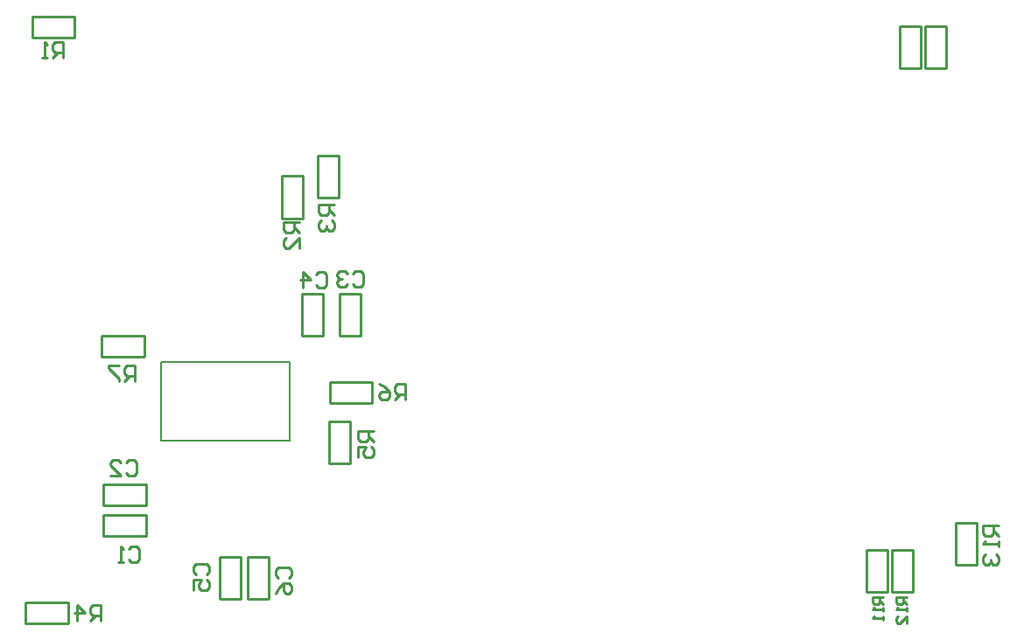
<source format=gbo>
G04*
G04 #@! TF.GenerationSoftware,Altium Limited,Altium Designer,18.0.12 (696)*
G04*
G04 Layer_Color=32896*
%FSLAX25Y25*%
%MOIN*%
G70*
G01*
G75*
%ADD11C,0.00500*%
%ADD12C,0.01000*%
D11*
X-333861Y102961D02*
X-285042D01*
Y73039D02*
Y102961D01*
X-333861Y73039D02*
X-285042D01*
X-333861D02*
Y102961D01*
D12*
X-280400Y128900D02*
X-272400D01*
X-280400Y112800D02*
Y128900D01*
Y112800D02*
X-272400D01*
Y128900D01*
X-266100D02*
X-258100D01*
X-266100Y112800D02*
Y128900D01*
Y112800D02*
X-258100D01*
Y128900D01*
X-52700Y214800D02*
Y230900D01*
X-44700D01*
Y214800D02*
Y230900D01*
X-52700Y214800D02*
X-44700D01*
X-42900Y214900D02*
Y231000D01*
X-34900D01*
Y214900D02*
Y231000D01*
X-42900Y214900D02*
X-34900D01*
X-23300Y25400D02*
Y41500D01*
X-31300Y25400D02*
X-23300D01*
X-31300D02*
Y41500D01*
X-23300D01*
X-47700Y15100D02*
Y31200D01*
X-55700Y15100D02*
X-47700D01*
X-55700D02*
Y31200D01*
X-47700D01*
X-57400Y15200D02*
Y31300D01*
X-65400Y15200D02*
X-57400D01*
X-65400D02*
Y31300D01*
X-57400D01*
X-356500Y104900D02*
X-340400D01*
X-356500D02*
Y112900D01*
X-340400D01*
Y104900D02*
Y112900D01*
X-385500Y3200D02*
Y11200D01*
Y3200D02*
X-369400D01*
Y11200D01*
X-385500D02*
X-369400D01*
X-253500Y87200D02*
Y95200D01*
X-269600D02*
X-253500D01*
X-269600Y87200D02*
Y95200D01*
Y87200D02*
X-253500D01*
X-269800Y64100D02*
X-261800D01*
Y80200D01*
X-269800D02*
X-261800D01*
X-269800Y64100D02*
Y80200D01*
X-367000Y226600D02*
Y234600D01*
X-383100D02*
X-367000D01*
X-383100Y226600D02*
Y234600D01*
Y226600D02*
X-367000D01*
X-274300Y181600D02*
X-266300D01*
X-274300Y165500D02*
Y181600D01*
Y165500D02*
X-266300D01*
Y181600D01*
X-287900Y157700D02*
X-279900D01*
Y173800D01*
X-287900D02*
X-279900D01*
X-287900Y157700D02*
Y173800D01*
X-311700Y12500D02*
Y28600D01*
X-303700D01*
Y12500D02*
Y28600D01*
X-311700Y12500D02*
X-303700D01*
X-301000D02*
Y28600D01*
X-293000D01*
Y12500D02*
Y28600D01*
X-301000Y12500D02*
X-293000D01*
X-355800Y44500D02*
X-339700D01*
Y36500D02*
Y44500D01*
X-355800Y36500D02*
X-339700D01*
X-355800D02*
Y44500D01*
Y56100D02*
X-339700D01*
Y48100D02*
Y56100D01*
X-355800Y48100D02*
X-339700D01*
X-355800D02*
Y56100D01*
X-15000Y40700D02*
X-20998D01*
Y37701D01*
X-19998Y36701D01*
X-17999D01*
X-16999Y37701D01*
Y40700D01*
Y38701D02*
X-15000Y36701D01*
Y34702D02*
Y32703D01*
Y33702D01*
X-20998D01*
X-19998Y34702D01*
Y29704D02*
X-20998Y28704D01*
Y26704D01*
X-19998Y25705D01*
X-18999D01*
X-17999Y26704D01*
Y27704D01*
Y26704D01*
X-16999Y25705D01*
X-16000D01*
X-15000Y26704D01*
Y28704D01*
X-16000Y29704D01*
X-50100Y13200D02*
X-54099D01*
Y11201D01*
X-53432Y10534D01*
X-52099D01*
X-51433Y11201D01*
Y13200D01*
Y11867D02*
X-50100Y10534D01*
Y9201D02*
Y7868D01*
Y8535D01*
X-54099D01*
X-53432Y9201D01*
X-50100Y3203D02*
Y5869D01*
X-52766Y3203D01*
X-53432D01*
X-54099Y3870D01*
Y5203D01*
X-53432Y5869D01*
X-59100Y13100D02*
X-63099D01*
Y11101D01*
X-62432Y10434D01*
X-61099D01*
X-60433Y11101D01*
Y13100D01*
Y11767D02*
X-59100Y10434D01*
Y9101D02*
Y7768D01*
Y8435D01*
X-63099D01*
X-62432Y9101D01*
X-59100Y5769D02*
Y4436D01*
Y5103D01*
X-63099D01*
X-62432Y5769D01*
X-343800Y95700D02*
Y101698D01*
X-346799D01*
X-347799Y100698D01*
Y98699D01*
X-346799Y97699D01*
X-343800D01*
X-345799D02*
X-347799Y95700D01*
X-349798Y101698D02*
X-353797D01*
Y100698D01*
X-349798Y96700D01*
Y95700D01*
X-240900Y88400D02*
Y94398D01*
X-243899D01*
X-244899Y93398D01*
Y91399D01*
X-243899Y90399D01*
X-240900D01*
X-242899D02*
X-244899Y88400D01*
X-250897Y94398D02*
X-248897Y93398D01*
X-246898Y91399D01*
Y89400D01*
X-247898Y88400D01*
X-249897D01*
X-250897Y89400D01*
Y90399D01*
X-249897Y91399D01*
X-246898D01*
X-253000Y76700D02*
X-258998D01*
Y73701D01*
X-257998Y72701D01*
X-255999D01*
X-254999Y73701D01*
Y76700D01*
Y74701D02*
X-253000Y72701D01*
X-258998Y66703D02*
Y70702D01*
X-255999D01*
X-256999Y68703D01*
Y67703D01*
X-255999Y66703D01*
X-254000D01*
X-253000Y67703D01*
Y69702D01*
X-254000Y70702D01*
X-357100Y4100D02*
Y10098D01*
X-360099D01*
X-361099Y9098D01*
Y7099D01*
X-360099Y6099D01*
X-357100D01*
X-359099D02*
X-361099Y4100D01*
X-366097D02*
Y10098D01*
X-363098Y7099D01*
X-367097D01*
X-267800Y162900D02*
X-273798D01*
Y159901D01*
X-272798Y158901D01*
X-270799D01*
X-269799Y159901D01*
Y162900D01*
Y160901D02*
X-267800Y158901D01*
X-272798Y156902D02*
X-273798Y155902D01*
Y153903D01*
X-272798Y152903D01*
X-271799D01*
X-270799Y153903D01*
Y154903D01*
Y153903D01*
X-269799Y152903D01*
X-268800D01*
X-267800Y153903D01*
Y155902D01*
X-268800Y156902D01*
X-281200Y156200D02*
X-287198D01*
Y153201D01*
X-286198Y152201D01*
X-284199D01*
X-283199Y153201D01*
Y156200D01*
Y154201D02*
X-281200Y152201D01*
Y146203D02*
Y150202D01*
X-285199Y146203D01*
X-286198D01*
X-287198Y147203D01*
Y149202D01*
X-286198Y150202D01*
X-371200Y219000D02*
Y224998D01*
X-374199D01*
X-375199Y223998D01*
Y221999D01*
X-374199Y220999D01*
X-371200D01*
X-373199D02*
X-375199Y219000D01*
X-377198D02*
X-379197D01*
X-378198D01*
Y224998D01*
X-377198Y223998D01*
X-289298Y20601D02*
X-290298Y21601D01*
Y23600D01*
X-289298Y24600D01*
X-285300D01*
X-284300Y23600D01*
Y21601D01*
X-285300Y20601D01*
X-290298Y14603D02*
X-289298Y16603D01*
X-287299Y18602D01*
X-285300D01*
X-284300Y17602D01*
Y15603D01*
X-285300Y14603D01*
X-286299D01*
X-287299Y15603D01*
Y18602D01*
X-320498Y21801D02*
X-321498Y22801D01*
Y24800D01*
X-320498Y25800D01*
X-316500D01*
X-315500Y24800D01*
Y22801D01*
X-316500Y21801D01*
X-321498Y15803D02*
Y19802D01*
X-318499D01*
X-319499Y17803D01*
Y16803D01*
X-318499Y15803D01*
X-316500D01*
X-315500Y16803D01*
Y18802D01*
X-316500Y19802D01*
X-275099Y136098D02*
X-274099Y137098D01*
X-272100D01*
X-271100Y136098D01*
Y132100D01*
X-272100Y131100D01*
X-274099D01*
X-275099Y132100D01*
X-280097Y131100D02*
Y137098D01*
X-277098Y134099D01*
X-281097D01*
X-261099Y136498D02*
X-260099Y137498D01*
X-258100D01*
X-257100Y136498D01*
Y132500D01*
X-258100Y131500D01*
X-260099D01*
X-261099Y132500D01*
X-263098Y136498D02*
X-264098Y137498D01*
X-266097D01*
X-267097Y136498D01*
Y135499D01*
X-266097Y134499D01*
X-265097D01*
X-266097D01*
X-267097Y133499D01*
Y132500D01*
X-266097Y131500D01*
X-264098D01*
X-263098Y132500D01*
X-347199Y64598D02*
X-346199Y65598D01*
X-344200D01*
X-343200Y64598D01*
Y60600D01*
X-344200Y59600D01*
X-346199D01*
X-347199Y60600D01*
X-353197Y59600D02*
X-349198D01*
X-353197Y63599D01*
Y64598D01*
X-352197Y65598D01*
X-350198D01*
X-349198Y64598D01*
X-346399Y31498D02*
X-345399Y32498D01*
X-343400D01*
X-342400Y31498D01*
Y27500D01*
X-343400Y26500D01*
X-345399D01*
X-346399Y27500D01*
X-348398Y26500D02*
X-350397D01*
X-349398D01*
Y32498D01*
X-348398Y31498D01*
M02*

</source>
